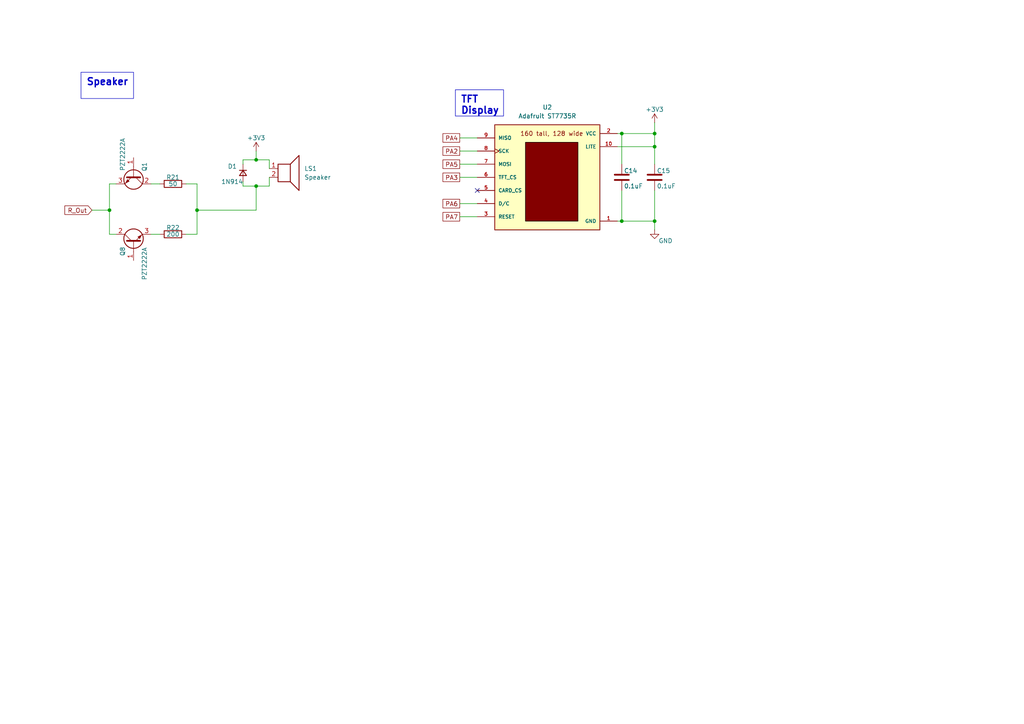
<source format=kicad_sch>
(kicad_sch (version 20250114) (generator "eeschema") (generator_version "9.0")
  (paper "A4")
  (lib_symbols
    (symbol "Device:R" (pin_numbers (hide yes)) (pin_names (offset 0))
      (property "Reference" "R" (at 2.032 0 90))
      (property "Value" "R" (at 0 0 90))
      (symbol "R_0_1"
        (rectangle (start -1.016 -2.54) (end 1.016 2.54) (stroke (width 0.254)))
      )
      (symbol "R_1_1"
        (pin passive line (at 0 3.81 270) (length 1.27) (name "~") (number "1"))
        (pin passive line (at 0 -3.81 90) (length 1.27) (name "~") (number "2"))
      )
    )
    (symbol "ECE445L:Adafruit_ST7735R" (pin_names (offset 1.016))
      (property "Reference" "U?" (at -15.24 16.002 0))
      (property "Value" "Adafruit ST7735R" (at -15.24 -17.78 0))
      (symbol "Adafruit_ST7735R_0_0"
        (rectangle (start -15.24 15.24) (end 15.24 -15.24) (stroke (width 0.254)) (fill (type background)))
      )
      (symbol "Adafruit_ST7735R_1_0"
        (pin output line (at -20.32 11.43 0) (length 5.08) (name "MISO") (number "9"))
        (pin input clock (at -20.32 7.62 0) (length 5.08) (name "SCK") (number "8"))
        (pin input line (at -20.32 3.81 0) (length 5.08) (name "MOSI") (number "7"))
        (pin input line (at -20.32 0 0) (length 5.08) (name "TFT_CS") (number "6"))
        (pin input line (at -20.32 -3.81 0) (length 5.08) (name "CARD_CS") (number "5"))
        (pin input line (at -20.32 -7.62 0) (length 5.08) (name "D/C") (number "4"))
        (pin input line (at -20.32 -11.43 0) (length 5.08) (name "RESET") (number "3"))
        (pin power_in line (at 20.32 12.7 180) (length 5.08) (name "VCC") (number "2"))
        (pin power_in line (at 20.32 8.89 180) (length 5.08) (name "LITE") (number "10"))
        (pin power_in line (at 20.32 -12.7 180) (length 5.08) (name "GND") (number "1"))
      )
      (symbol "Adafruit_ST7735R_1_1"
        (rectangle (start -6.35 10.16) (end 8.89 -12.7) (stroke (width 0) (color 0 0 0 1)) (fill (type color) (color 132 0 0 1)))
        (text "160 tall, 128 wide" (at 1.27 12.7 0) (effects (font (size 1.27 1.27))))
      )
    )
    (symbol "ECE445L:C" (pin_numbers (hide yes)) (pin_names (offset 0.254))
      (property "Reference" "C" (at 0.635 2.54 0))
      (property "Value" "C" (at 0.635 -2.54 0))
      (symbol "C_0_1"
        (polyline (pts (xy -2.032 0.762) (xy 2.032 0.762)) (stroke (width 0.508)))
        (polyline (pts (xy -2.032 -0.762) (xy 2.032 -0.762)) (stroke (width 0.508)))
      )
      (symbol "C_1_1"
        (pin passive line (at 0 3.81 270) (length 2.794) (name "~") (number "1"))
        (pin passive line (at 0 -3.81 90) (length 2.794) (name "~") (number "2"))
      )
    )
    (symbol "ECE445L:D_Small" (pin_numbers (hide yes)) (pin_names (offset 0.254) (hide yes))
      (property "Reference" "D" (at -1.27 2.032 0))
      (property "Value" "D_Small" (at -3.81 -2.032 0))
      (symbol "D_Small_0_1"
        (polyline (pts (xy -0.762 0) (xy 0.762 0)))
        (polyline (pts (xy -0.762 -1.016) (xy -0.762 1.016)) (stroke (width 0.254)))
        (polyline (pts (xy 0.762 -1.016) (xy -0.762 0) (xy 0.762 1.016) (xy 0.762 -1.016)) (stroke (width 0.254)))
      )
      (symbol "D_Small_1_1"
        (pin passive line (at -2.54 0 0) (length 1.778) (name "K") (number "1"))
        (pin passive line (at 2.54 0 180) (length 1.778) (name "A") (number "2"))
      )
    )
    (symbol "ECE445L:Speaker" (pin_names (offset 0) (hide yes))
      (property "Reference" "J" (at 1.27 5.715 0))
      (property "Value" "Speaker" (at 1.27 3.81 0))
      (symbol "Speaker_0_0"
        (rectangle (start -2.54 1.27) (end 1.016 -3.81) (stroke (width 0.254)))
        (polyline (pts (xy 1.016 1.27) (xy 3.556 3.81) (xy 3.556 -6.35) (xy 1.016 -3.81)) (stroke (width 0.254)))
      )
      (symbol "Speaker_1_1"
        (pin input line (at -5.08 0 0) (length 2.54) (name "1") (number "1"))
        (pin input line (at -5.08 -2.54 0) (length 2.54) (name "2") (number "2"))
      )
    )
    (symbol "Transistor_BJT:PZT2222A" (pin_names (offset 0) (hide yes))
      (property "Reference" "Q" (at 5.08 1.905 0))
      (property "Value" "PZT2222A" (at 5.08 0 0))
      (symbol "PZT2222A_0_1"
        (polyline (pts (xy -2.54 0) (xy 0.635 0)))
        (polyline (pts (xy 0.635 1.905) (xy 0.635 -1.905)) (stroke (width 0.508)))
        (circle (center 1.27 0) (radius 2.8194) (stroke (width 0.254)))
      )
      (symbol "PZT2222A_1_1"
        (polyline (pts (xy 0.635 0.635) (xy 2.54 2.54)))
        (polyline (pts (xy 0.635 -0.635) (xy 2.54 -2.54)))
        (polyline (pts (xy 1.27 -1.778) (xy 1.778 -1.27) (xy 2.286 -2.286) (xy 1.27 -1.778)) (fill (type outline)))
        (pin input line (at -5.08 0 0) (length 2.54) (name "B") (number "1"))
        (pin passive line (at 2.54 5.08 270) (length 2.54) (name "C") (number "2"))
        (pin passive line (at 2.54 -5.08 90) (length 2.54) (name "E") (number "3"))
      )
    )
    (symbol "power:+3V3" (power) (pin_numbers (hide yes)) (pin_names (offset 0) (hide yes))
      (property "Value" "+3V3" (at 0 3.556 0))
      (symbol "+3V3_0_1"
        (polyline (pts (xy -0.762 1.27) (xy 0 2.54)))
        (polyline (pts (xy 0 2.54) (xy 0.762 1.27)))
        (polyline (pts (xy 0 0) (xy 0 2.54)))
      )
      (symbol "+3V3_1_1"
        (pin power_in line (at 0 0 90) (length 0) (name "~") (number "1"))
      )
    )
    (symbol "power:GND" (power) (pin_numbers (hide yes)) (pin_names (offset 0) (hide yes))
      (property "Value" "GND" (at 0 -3.81 0))
      (symbol "GND_0_1"
        (polyline (pts (xy 0 0) (xy 0 -1.27) (xy 1.27 -1.27) (xy 0 -2.54) (xy -1.27 -1.27) (xy 0 -1.27)))
      )
      (symbol "GND_1_1"
        (pin power_in line (at 0 0 270) (length 0) (name "~") (number "1"))
      )
    )
  )
  (text_box "TFT Display" (at 132.08 26.035 0) (size 13.97 7.62) (margins 1.5 1.5 1.5 1.5) (effects (font (size 2 2) (thickness 0.4) (bold yes)) (justify left top)))
  (text_box "Speaker" (at 23.495 20.955 0) (size 15.24 7.62) (margins 1.5 1.5 1.5 1.5) (effects (font (size 2 2) (thickness 0.4) (bold yes)) (justify left top)))
  (junction (at 189.865 64.135))
  (junction (at 74.295 46.355))
  (junction (at 31.75 60.96))
  (junction (at 189.865 42.545))
  (junction (at 57.15 60.96))
  (junction (at 180.34 64.135))
  (junction (at 74.295 53.975))
  (junction (at 180.34 38.735))
  (junction (at 189.865 38.735))
  (no_connect (at 138.43 55.245))
  (wire (pts (xy 189.865 38.735) (xy 189.865 42.545)))
  (wire (pts (xy 31.75 67.945) (xy 33.655 67.945)))
  (wire (pts (xy 78.105 46.355) (xy 78.105 48.895)))
  (wire (pts (xy 179.07 64.135) (xy 180.34 64.135)))
  (wire (pts (xy 57.15 60.96) (xy 57.15 53.34)))
  (wire (pts (xy 133.35 47.625) (xy 138.43 47.625)))
  (wire (pts (xy 74.295 46.355) (xy 78.105 46.355)))
  (wire (pts (xy 133.35 62.865) (xy 138.43 62.865)))
  (wire (pts (xy 133.35 51.435) (xy 138.43 51.435)))
  (wire (pts (xy 57.15 60.96) (xy 74.295 60.96)))
  (wire (pts (xy 31.75 60.96) (xy 31.75 53.34)))
  (wire (pts (xy 57.15 60.96) (xy 57.15 67.945)))
  (wire (pts (xy 189.865 42.545) (xy 189.865 47.625)))
  (wire (pts (xy 133.35 40.005) (xy 138.43 40.005)))
  (wire (pts (xy 78.105 51.435) (xy 78.105 53.975)))
  (wire (pts (xy 189.865 64.135) (xy 189.865 55.245)))
  (wire (pts (xy 180.34 64.135) (xy 189.865 64.135)))
  (wire (pts (xy 70.485 46.355) (xy 70.485 47.625)))
  (wire (pts (xy 31.75 53.34) (xy 33.655 53.34)))
  (wire (pts (xy 70.485 53.975) (xy 70.485 52.705)))
  (wire (pts (xy 180.34 55.245) (xy 180.34 64.135)))
  (wire (pts (xy 26.67 60.96) (xy 31.75 60.96)))
  (wire (pts (xy 180.34 38.735) (xy 189.865 38.735)))
  (wire (pts (xy 43.815 53.34) (xy 46.355 53.34)))
  (wire (pts (xy 70.485 46.355) (xy 74.295 46.355)))
  (wire (pts (xy 133.35 59.055) (xy 138.43 59.055)))
  (wire (pts (xy 43.815 67.945) (xy 46.355 67.945)))
  (wire (pts (xy 74.295 53.975) (xy 78.105 53.975)))
  (wire (pts (xy 74.295 53.975) (xy 74.295 60.96)))
  (wire (pts (xy 70.485 53.975) (xy 74.295 53.975)))
  (wire (pts (xy 179.07 38.735) (xy 180.34 38.735)))
  (wire (pts (xy 53.975 67.945) (xy 57.15 67.945)))
  (wire (pts (xy 53.975 53.34) (xy 57.15 53.34)))
  (wire (pts (xy 74.295 43.815) (xy 74.295 46.355)))
  (wire (pts (xy 133.35 43.815) (xy 138.43 43.815)))
  (wire (pts (xy 31.75 60.96) (xy 31.75 67.945)))
  (wire (pts (xy 189.865 64.135) (xy 189.865 66.675)))
  (wire (pts (xy 180.34 38.735) (xy 180.34 47.625)))
  (wire (pts (xy 189.865 35.56) (xy 189.865 38.735)))
  (wire (pts (xy 179.07 42.545) (xy 189.865 42.545)))
  (global_label "PA4" (shape passive) (at 133.35 40.005 180) (property "Intersheetrefs" "${INTERSHEET_REFS}" (effects (hide yes))))
  (global_label "PA5" (shape passive) (at 133.35 47.625 180) (property "Intersheetrefs" "${INTERSHEET_REFS}" (effects (hide yes))))
  (global_label "PA3" (shape passive) (at 133.35 51.435 180) (property "Intersheetrefs" "${INTERSHEET_REFS}" (effects (hide yes))))
  (global_label "PA2" (shape passive) (at 133.35 43.815 180) (property "Intersheetrefs" "${INTERSHEET_REFS}" (effects (hide yes))))
  (global_label "R_Out" (shape input) (at 26.67 60.96 180) (property "Intersheetrefs" "${INTERSHEET_REFS}" (effects (hide yes))))
  (global_label "PA6" (shape passive) (at 133.35 59.055 180) (property "Intersheetrefs" "${INTERSHEET_REFS}" (effects (hide yes))))
  (global_label "PA7" (shape passive) (at 133.35 62.865 180) (property "Intersheetrefs" "${INTERSHEET_REFS}" (effects (hide yes))))
  (symbol (lib_id "ECE445L:D_Small") (at 70.485 50.165 270) (unit 1)
    (property "Reference" "D1" (at 66.04 48.26 90) (effects (justify left)))
    (property "Value" "1N914" (at 64.135 52.705 90) (effects (justify left)))
    (property "Footprint" "ECE445L:D_P6.35mm_Horizontal" (effects (hide yes)))
    (property "Description" "Diode, small symbol" (effects (hide yes)))
    (property "Cost" "0.10 " (effects (hide yes)))
    (property "Distributor" "Mouser" (effects (hide yes)))
    (property "Manufacturer" "onsemi" (effects (hide yes)))
    (property "P/N" "1N914 " (effects (hide yes)))
    (property "Sim.Device" "D" (effects (hide yes)))
    (property "Sim.Pins" "1=K 2=A" (effects (hide yes)))
  )
  (symbol (lib_id "power:GND") (at 189.865 66.675 0) (unit 1)
    (property "Reference" "#PWR035" (effects (hide yes)))
    (property "Value" "GND" (at 193.04 69.85 0))
    (property "Description" "Power symbol creates a global label with name \"GND\" , ground" (effects (hide yes)))
  )
  (symbol (lib_id "power:+3V3") (at 74.295 43.815 0) (unit 1)
    (property "Reference" "#PWR01" (effects (hide yes)))
    (property "Value" "+3V3" (at 74.295 40.005 0))
    (property "Description" "Power symbol creates a global label with name \"+3V3\"" (effects (hide yes)))
  )
  (symbol (lib_id "Transistor_BJT:PZT2222A") (at 38.735 70.485 90) (unit 1)
    (property "Reference" "Q8" (at 35.56 74.295 0) (effects (justify left)))
    (property "Value" "PZT2222A" (at 41.91 81.28 0) (effects (justify left)))
    (property "Footprint" "Package_TO_SOT_SMD:SOT-223-3_TabPin2" (effects (hide yes)))
    (property "Datasheet" "https://www.onsemi.com/pub/Collateral/PN2222-D.PDF" (effects (hide yes)))
    (property "Description" "1A Ic, 40V Vce, NPN Transistor, General Purpose Transistor, SOT-223" (effects (hide yes)))
  )
  (symbol (lib_id "power:+3V3") (at 189.865 35.56 0) (unit 1)
    (property "Reference" "#PWR034" (effects (hide yes)))
    (property "Value" "+3V3" (at 189.865 31.75 0))
    (property "Description" "Power symbol creates a global label with name \"+3V3\"" (effects (hide yes)))
  )
  (symbol (lib_id "ECE445L:C") (at 189.865 51.435 0) (unit 1)
    (property "Reference" "C15" (at 190.5 49.53 0) (effects (justify left)))
    (property "Value" "0.1uF" (at 190.5 53.975 0) (effects (justify left)))
    (property "Footprint" "ECE445L:C_Axial_200mil" (effects (hide yes)))
    (property "Description" "Unpolarized capacitor" (effects (hide yes)))
  )
  (symbol (lib_id "ECE445L:Speaker") (at 83.185 48.895 0) (unit 1)
    (property "Reference" "LS1" (at 88.265 48.8949 0) (effects (justify left)))
    (property "Value" "Speaker" (at 88.265 51.4349 0) (effects (justify left)))
    (property "Footprint" "ECE445L:PinHeader_1x02_P2.54mm_Vertical" (effects (hide yes)))
    (property "Description" "Speaker" (effects (hide yes)))
  )
  (symbol (lib_id "ECE445L:C") (at 180.34 51.435 0) (unit 1)
    (property "Reference" "C14" (at 180.975 49.53 0) (effects (justify left)))
    (property "Value" "0.1uF" (at 180.975 53.975 0) (effects (justify left)))
    (property "Footprint" "ECE445L:C_Axial_200mil" (effects (hide yes)))
    (property "Description" "Unpolarized capacitor" (effects (hide yes)))
  )
  (symbol (lib_id "Transistor_BJT:PZT2222A") (at 38.735 50.8 270) (unit 1)
    (property "Reference" "Q1" (at 41.91 46.99 0) (effects (justify left)))
    (property "Value" "PZT2222A" (at 35.56 40.005 0) (effects (justify left)))
    (property "Footprint" "Package_TO_SOT_SMD:SOT-223-3_TabPin2" (effects (hide yes)))
    (property "Datasheet" "https://www.onsemi.com/pub/Collateral/PN2222-D.PDF" (effects (hide yes)))
    (property "Description" "1A Ic, 40V Vce, NPN Transistor, General Purpose Transistor, SOT-223" (effects (hide yes)))
  )
  (symbol (lib_id "Device:R") (at 50.165 67.945 90) (unit 1)
    (property "Reference" "R22" (at 50.165 66.04 90))
    (property "Value" "200" (at 50.165 67.945 90))
    (property "Footprint" "Resistor_SMD:R_0805_2012Metric" (effects (hide yes)))
    (property "Description" "Resistor" (effects (hide yes)))
  )
  (symbol (lib_id "ECE445L:Adafruit_ST7735R") (at 158.75 51.435 0) (unit 1)
    (property "Reference" "U2" (at 158.75 31.115 0))
    (property "Value" "Adafruit ST7735R" (at 158.75 33.655 0))
    (property "Footprint" "ECE445L:adafruit_st7735r2" (effects (hide yes)))
    (property "Datasheet" "https://www.mouser.com/datasheet/2/737/ST7735R_V0_2-2489618.pdf" (effects (hide yes)))
    (property "Distributor" "Mouser" (effects (hide yes)))
    (property "Manufacturer" "Adafruit" (effects (hide yes)))
    (property "P/N" "358" (effects (hide yes)))
    (property "Cost" "19.95" (effects (hide yes)))
  )
  (symbol (lib_id "Device:R") (at 50.165 53.34 90) (unit 1)
    (property "Reference" "R21" (at 50.165 51.435 90))
    (property "Value" "50" (at 50.165 53.34 90))
    (property "Footprint" "Resistor_SMD:R_0805_2012Metric" (effects (hide yes)))
    (property "Description" "Resistor" (effects (hide yes)))
  )
)
</source>
